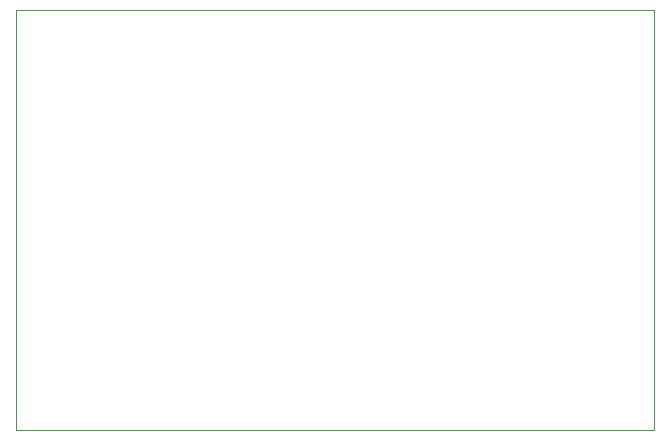
<source format=gbr>
%TF.GenerationSoftware,KiCad,Pcbnew,5.1.9-5.1.9*%
%TF.CreationDate,2021-02-06T15:34:09+03:00*%
%TF.ProjectId,qddc,71646463-2e6b-4696-9361-645f70636258,rev?*%
%TF.SameCoordinates,Original*%
%TF.FileFunction,Profile,NP*%
%FSLAX46Y46*%
G04 Gerber Fmt 4.6, Leading zero omitted, Abs format (unit mm)*
G04 Created by KiCad (PCBNEW 5.1.9-5.1.9) date 2021-02-06 15:34:09*
%MOMM*%
%LPD*%
G01*
G04 APERTURE LIST*
%TA.AperFunction,Profile*%
%ADD10C,0.050000*%
%TD*%
G04 APERTURE END LIST*
D10*
X101600000Y-121920000D02*
X101600000Y-86360000D01*
X155575000Y-121920000D02*
X101600000Y-121920000D01*
X155575000Y-86360000D02*
X155575000Y-121920000D01*
X101600000Y-86360000D02*
X155575000Y-86360000D01*
M02*

</source>
